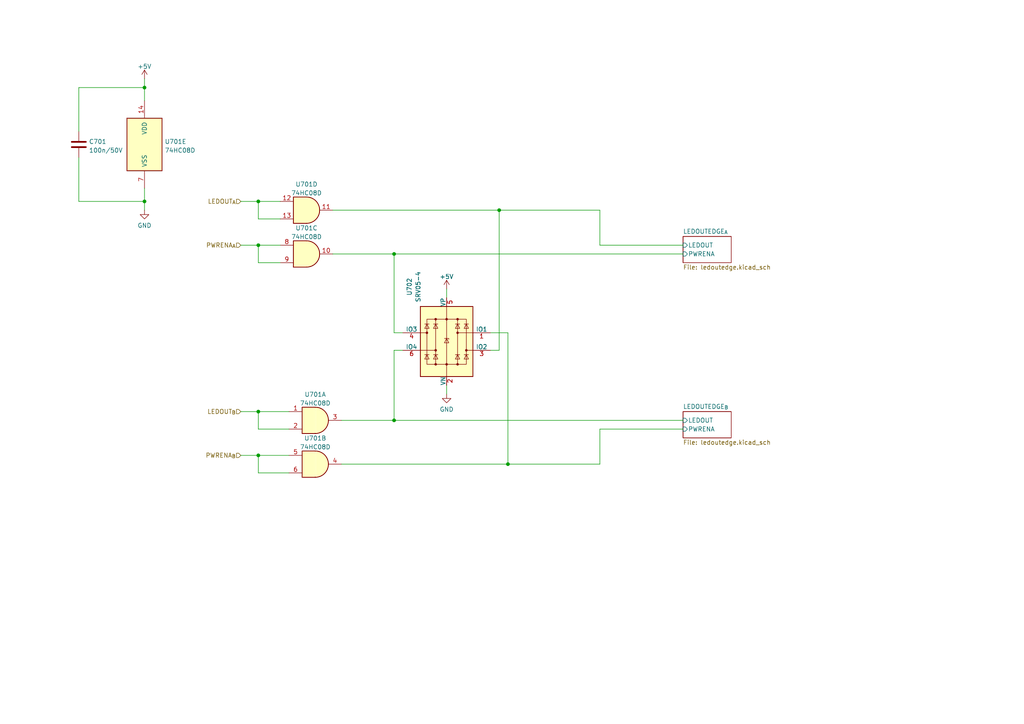
<source format=kicad_sch>
(kicad_sch (version 20211123) (generator eeschema)
  (paper "A4")
  (title_block (title "Led Wall Controller") (rev "1") (company "Skrooter Audio"))
  (lib_symbols
    (symbol "4xxx:4081" (pin_names (offset 1.016))
      (property "Reference" "U" (at 0 1.27 0))
      (property "Value" "4081" (at 0 -1.27 0))
      (symbol "4081_1_1"
        (arc (start 0 -3.81) (mid 3.81 0) (end 0 3.81) (stroke (width 0.254)) (fill (type background)))
        (polyline (pts (xy 0 3.81) (xy -3.81 3.81) (xy -3.81 -3.81) (xy 0 -3.81)) (stroke (width 0.254)) (fill (type background)))
        (pin input line (at -7.62 2.54 0) (length 3.81) (name "~") (number "1"))
        (pin input line (at -7.62 -2.54 0) (length 3.81) (name "~") (number "2"))
        (pin output line (at 7.62 0 180) (length 3.81) (name "~") (number "3"))
      )
      (symbol "4081_1_2"
        (arc (start -3.81 -3.81) (mid -2.589 0) (end -3.81 3.81) (stroke (width 0.254)))
        (arc (start -0.6096 -3.81) (mid 2.1842 -2.5851) (end 3.81 0) (stroke (width 0.254)) (fill (type background)))
        (polyline (pts (xy -3.81 -3.81) (xy -0.635 -3.81)) (stroke (width 0.254)) (fill (type background)))
        (polyline (pts (xy -3.81 3.81) (xy -0.635 3.81)) (stroke (width 0.254)) (fill (type background)))
        (polyline (pts (xy -0.635 3.81) (xy -3.81 3.81) (xy -3.81 3.81) (xy -3.556 3.4036) (xy -3.0226 2.2606) (xy -2.6924 1.0414) (xy -2.6162 -0.254) (xy -2.7686 -1.4986) (xy -3.175 -2.7178) (xy -3.81 -3.81) (xy -3.81 -3.81) (xy -0.635 -3.81)) (stroke (width -25.4)) (fill (type background)))
        (arc (start 3.81 0) (mid 2.1915 2.5936) (end -0.6096 3.81) (stroke (width 0.254)) (fill (type background)))
        (pin input inverted (at -7.62 2.54 0) (length 4.318) (name "~") (number "1"))
        (pin input inverted (at -7.62 -2.54 0) (length 4.318) (name "~") (number "2"))
        (pin output inverted (at 7.62 0 180) (length 3.81) (name "~") (number "3"))
      )
      (symbol "4081_2_1"
        (arc (start 0 -3.81) (mid 3.81 0) (end 0 3.81) (stroke (width 0.254)) (fill (type background)))
        (polyline (pts (xy 0 3.81) (xy -3.81 3.81) (xy -3.81 -3.81) (xy 0 -3.81)) (stroke (width 0.254)) (fill (type background)))
        (pin output line (at 7.62 0 180) (length 3.81) (name "~") (number "4"))
        (pin input line (at -7.62 2.54 0) (length 3.81) (name "~") (number "5"))
        (pin input line (at -7.62 -2.54 0) (length 3.81) (name "~") (number "6"))
      )
      (symbol "4081_2_2"
        (arc (start -3.81 -3.81) (mid -2.589 0) (end -3.81 3.81) (stroke (width 0.254)))
        (arc (start -0.6096 -3.81) (mid 2.1842 -2.5851) (end 3.81 0) (stroke (width 0.254)) (fill (type background)))
        (polyline (pts (xy -3.81 -3.81) (xy -0.635 -3.81)) (stroke (width 0.254)) (fill (type background)))
        (polyline (pts (xy -3.81 3.81) (xy -0.635 3.81)) (stroke (width 0.254)) (fill (type background)))
        (polyline (pts (xy -0.635 3.81) (xy -3.81 3.81) (xy -3.81 3.81) (xy -3.556 3.4036) (xy -3.0226 2.2606) (xy -2.6924 1.0414) (xy -2.6162 -0.254) (xy -2.7686 -1.4986) (xy -3.175 -2.7178) (xy -3.81 -3.81) (xy -3.81 -3.81) (xy -0.635 -3.81)) (stroke (width -25.4)) (fill (type background)))
        (arc (start 3.81 0) (mid 2.1915 2.5936) (end -0.6096 3.81) (stroke (width 0.254)) (fill (type background)))
        (pin output inverted (at 7.62 0 180) (length 3.81) (name "~") (number "4"))
        (pin input inverted (at -7.62 2.54 0) (length 4.318) (name "~") (number "5"))
        (pin input inverted (at -7.62 -2.54 0) (length 4.318) (name "~") (number "6"))
      )
      (symbol "4081_3_1"
        (arc (start 0 -3.81) (mid 3.81 0) (end 0 3.81) (stroke (width 0.254)) (fill (type background)))
        (polyline (pts (xy 0 3.81) (xy -3.81 3.81) (xy -3.81 -3.81) (xy 0 -3.81)) (stroke (width 0.254)) (fill (type background)))
        (pin output line (at 7.62 0 180) (length 3.81) (name "~") (number "10"))
        (pin input line (at -7.62 2.54 0) (length 3.81) (name "~") (number "8"))
        (pin input line (at -7.62 -2.54 0) (length 3.81) (name "~") (number "9"))
      )
      (symbol "4081_3_2"
        (arc (start -3.81 -3.81) (mid -2.589 0) (end -3.81 3.81) (stroke (width 0.254)))
        (arc (start -0.6096 -3.81) (mid 2.1842 -2.5851) (end 3.81 0) (stroke (width 0.254)) (fill (type background)))
        (polyline (pts (xy -3.81 -3.81) (xy -0.635 -3.81)) (stroke (width 0.254)) (fill (type background)))
        (polyline (pts (xy -3.81 3.81) (xy -0.635 3.81)) (stroke (width 0.254)) (fill (type background)))
        (polyline (pts (xy -0.635 3.81) (xy -3.81 3.81) (xy -3.81 3.81) (xy -3.556 3.4036) (xy -3.0226 2.2606) (xy -2.6924 1.0414) (xy -2.6162 -0.254) (xy -2.7686 -1.4986) (xy -3.175 -2.7178) (xy -3.81 -3.81) (xy -3.81 -3.81) (xy -0.635 -3.81)) (stroke (width -25.4)) (fill (type background)))
        (arc (start 3.81 0) (mid 2.1915 2.5936) (end -0.6096 3.81) (stroke (width 0.254)) (fill (type background)))
        (pin output inverted (at 7.62 0 180) (length 3.81) (name "~") (number "10"))
        (pin input inverted (at -7.62 2.54 0) (length 4.318) (name "~") (number "8"))
        (pin input inverted (at -7.62 -2.54 0) (length 4.318) (name "~") (number "9"))
      )
      (symbol "4081_4_1"
        (arc (start 0 -3.81) (mid 3.81 0) (end 0 3.81) (stroke (width 0.254)) (fill (type background)))
        (polyline (pts (xy 0 3.81) (xy -3.81 3.81) (xy -3.81 -3.81) (xy 0 -3.81)) (stroke (width 0.254)) (fill (type background)))
        (pin output line (at 7.62 0 180) (length 3.81) (name "~") (number "11"))
        (pin input line (at -7.62 2.54 0) (length 3.81) (name "~") (number "12"))
        (pin input line (at -7.62 -2.54 0) (length 3.81) (name "~") (number "13"))
      )
      (symbol "4081_4_2"
        (arc (start -3.81 -3.81) (mid -2.589 0) (end -3.81 3.81) (stroke (width 0.254)))
        (arc (start -0.6096 -3.81) (mid 2.1842 -2.5851) (end 3.81 0) (stroke (width 0.254)) (fill (type background)))
        (polyline (pts (xy -3.81 -3.81) (xy -0.635 -3.81)) (stroke (width 0.254)) (fill (type background)))
        (polyline (pts (xy -3.81 3.81) (xy -0.635 3.81)) (stroke (width 0.254)) (fill (type background)))
        (polyline (pts (xy -0.635 3.81) (xy -3.81 3.81) (xy -3.81 3.81) (xy -3.556 3.4036) (xy -3.0226 2.2606) (xy -2.6924 1.0414) (xy -2.6162 -0.254) (xy -2.7686 -1.4986) (xy -3.175 -2.7178) (xy -3.81 -3.81) (xy -3.81 -3.81) (xy -0.635 -3.81)) (stroke (width -25.4)) (fill (type background)))
        (arc (start 3.81 0) (mid 2.1915 2.5936) (end -0.6096 3.81) (stroke (width 0.254)) (fill (type background)))
        (pin output inverted (at 7.62 0 180) (length 3.81) (name "~") (number "11"))
        (pin input inverted (at -7.62 2.54 0) (length 4.318) (name "~") (number "12"))
        (pin input inverted (at -7.62 -2.54 0) (length 4.318) (name "~") (number "13"))
      )
      (symbol "4081_5_0"
        (pin power_in line (at 0 12.7 270) (length 5.08) (name "VDD") (number "14"))
        (pin power_in line (at 0 -12.7 90) (length 5.08) (name "VSS") (number "7"))
      )
      (symbol "4081_5_1"
        (rectangle (start -5.08 7.62) (end 5.08 -7.62) (stroke (width 0.254)) (fill (type background)))
      )
    )
    (symbol "Device:C" (pin_numbers hide) (pin_names (offset 0.254))
      (property "Reference" "C" (at 0.635 2.54 0))
      (property "Value" "C" (at 0.635 -2.54 0))
      (symbol "C_0_1"
        (polyline (pts (xy -2.032 -0.762) (xy 2.032 -0.762)) (stroke (width 0.508)))
        (polyline (pts (xy -2.032 0.762) (xy 2.032 0.762)) (stroke (width 0.508)))
      )
      (symbol "C_1_1"
        (pin passive line (at 0 3.81 270) (length 2.794) (name "~") (number "1"))
        (pin passive line (at 0 -3.81 90) (length 2.794) (name "~") (number "2"))
      )
    )
    (symbol "Power_Protection:SRV05-4" (pin_names (offset 0))
      (property "Reference" "U" (at -5.08 11.43 0))
      (property "Value" "SRV05-4" (at 2.54 11.43 0))
      (symbol "SRV05-4_0_0"
        (rectangle (start -5.715 6.477) (end 5.715 -6.604))
        (polyline (pts (xy -3.175 -6.604) (xy -3.175 6.477)))
        (polyline (pts (xy 3.175 6.477) (xy 3.175 -6.604)))
      )
      (symbol "SRV05-4_0_1"
        (rectangle (start -7.62 10.16) (end 7.62 -10.16) (stroke (width 0.254)) (fill (type background)))
        (circle (center -5.715 -2.54) (radius 0.2794) (fill (type outline)))
        (circle (center -3.175 -6.604) (radius 0.2794) (fill (type outline)))
        (circle (center -3.175 2.54) (radius 0.2794) (fill (type outline)))
        (circle (center -3.175 6.477) (radius 0.2794) (fill (type outline)))
        (circle (center 0 -6.604) (radius 0.2794) (fill (type outline)))
        (polyline (pts (xy -7.747 2.54) (xy -3.175 2.54)))
        (polyline (pts (xy -7.62 -2.54) (xy -5.715 -2.54)))
        (polyline (pts (xy -5.08 -3.81) (xy -6.35 -3.81)))
        (polyline (pts (xy -5.08 5.08) (xy -6.35 5.08)))
        (polyline (pts (xy -2.54 -3.81) (xy -3.81 -3.81)))
        (polyline (pts (xy -2.54 5.08) (xy -3.81 5.08)))
        (polyline (pts (xy 0 10.16) (xy 0 -10.16)))
        (polyline (pts (xy 3.81 -3.81) (xy 2.54 -3.81)))
        (polyline (pts (xy 3.81 5.08) (xy 2.54 5.08)))
        (polyline (pts (xy 6.35 -3.81) (xy 5.08 -3.81)))
        (polyline (pts (xy 6.35 5.08) (xy 5.08 5.08)))
        (polyline (pts (xy 7.62 -2.54) (xy 3.175 -2.54)))
        (polyline (pts (xy 7.62 2.54) (xy 5.715 2.54)))
        (polyline (pts (xy 0.635 0.889) (xy -0.635 0.889) (xy -0.635 0.635)))
        (polyline (pts (xy -5.08 -5.08) (xy -6.35 -5.08) (xy -5.715 -3.81) (xy -5.08 -5.08)))
        (polyline (pts (xy -5.08 3.81) (xy -6.35 3.81) (xy -5.715 5.08) (xy -5.08 3.81)))
        (polyline (pts (xy -2.54 -5.08) (xy -3.81 -5.08) (xy -3.175 -3.81) (xy -2.54 -5.08)))
        (polyline (pts (xy -2.54 3.81) (xy -3.81 3.81) (xy -3.175 5.08) (xy -2.54 3.81)))
        (polyline (pts (xy 0.635 -0.381) (xy -0.635 -0.381) (xy 0 0.889) (xy 0.635 -0.381)))
        (polyline (pts (xy 3.81 -5.08) (xy 2.54 -5.08) (xy 3.175 -3.81) (xy 3.81 -5.08)))
        (polyline (pts (xy 3.81 3.81) (xy 2.54 3.81) (xy 3.175 5.08) (xy 3.81 3.81)))
        (polyline (pts (xy 6.35 -5.08) (xy 5.08 -5.08) (xy 5.715 -3.81) (xy 6.35 -5.08)))
        (polyline (pts (xy 6.35 3.81) (xy 5.08 3.81) (xy 5.715 5.08) (xy 6.35 3.81)))
        (circle (center 0 6.477) (radius 0.2794) (fill (type outline)))
        (circle (center 3.175 -6.604) (radius 0.2794) (fill (type outline)))
        (circle (center 3.175 -2.54) (radius 0.2794) (fill (type outline)))
        (circle (center 3.175 6.477) (radius 0.2794) (fill (type outline)))
        (circle (center 5.715 2.54) (radius 0.2794) (fill (type outline)))
      )
      (symbol "SRV05-4_1_1"
        (pin passive line (at -12.7 2.54 0) (length 5.08) (name "IO1") (number "1"))
        (pin passive line (at 0 -12.7 90) (length 2.54) (name "VN") (number "2"))
        (pin passive line (at -12.7 -2.54 0) (length 5.08) (name "IO2") (number "3"))
        (pin passive line (at 12.7 2.54 180) (length 5.08) (name "IO3") (number "4"))
        (pin passive line (at 0 12.7 270) (length 2.54) (name "VP") (number "5"))
        (pin passive line (at 12.7 -2.54 180) (length 5.08) (name "IO4") (number "6"))
      )
    )
    (symbol "power:+5V" (power) (pin_names (offset 0))
      (property "Value" "+5V" (at 0 3.556 0))
      (symbol "+5V_0_1"
        (polyline (pts (xy -0.762 1.27) (xy 0 2.54)))
        (polyline (pts (xy 0 0) (xy 0 2.54)))
        (polyline (pts (xy 0 2.54) (xy 0.762 1.27)))
      )
      (symbol "+5V_1_1"
        (pin power_in line (at 0 0 90) (length 0) hide (name "+5V") (number "1"))
      )
    )
    (symbol "power:GND" (power) (pin_names (offset 0))
      (property "Value" "GND" (at 0 -3.81 0))
      (symbol "GND_0_1"
        (polyline (pts (xy 0 0) (xy 0 -1.27) (xy 1.27 -1.27) (xy 0 -2.54) (xy -1.27 -1.27) (xy 0 -1.27)))
      )
      (symbol "GND_1_1"
        (pin power_in line (at 0 0 270) (length 0) hide (name "GND") (number "1"))
      )
    )
  )
  (junction (at 147.32 134.62))
  (junction (at 74.93 119.38))
  (junction (at 114.3 73.66))
  (junction (at 74.93 132.08))
  (junction (at 74.93 71.12))
  (junction (at 74.93 58.42))
  (junction (at 144.78 60.96))
  (junction (at 41.91 25.4))
  (junction (at 114.3 121.92))
  (junction (at 41.91 58.42))
  (wire (pts (xy 74.93 63.5) (xy 74.93 58.42)))
  (wire (pts (xy 41.91 54.61) (xy 41.91 58.42)))
  (wire (pts (xy 173.99 134.62) (xy 173.99 124.46)))
  (wire (pts (xy 96.52 73.66) (xy 114.3 73.66)))
  (wire (pts (xy 74.93 132.08) (xy 83.82 132.08)))
  (wire (pts (xy 144.78 60.96) (xy 144.78 101.6)))
  (wire (pts (xy 69.85 58.42) (xy 74.93 58.42)))
  (wire (pts (xy 96.52 60.96) (xy 144.78 60.96)))
  (wire (pts (xy 99.06 121.92) (xy 114.3 121.92)))
  (wire (pts (xy 69.85 132.08) (xy 74.93 132.08)))
  (wire (pts (xy 114.3 73.66) (xy 198.12 73.66)))
  (wire (pts (xy 114.3 96.52) (xy 114.3 73.66)))
  (wire (pts (xy 116.84 101.6) (xy 114.3 101.6)))
  (wire (pts (xy 116.84 96.52) (xy 114.3 96.52)))
  (wire (pts (xy 74.93 137.16) (xy 74.93 132.08)))
  (wire (pts (xy 22.86 25.4) (xy 41.91 25.4)))
  (wire (pts (xy 41.91 25.4) (xy 41.91 29.21)))
  (wire (pts (xy 74.93 58.42) (xy 81.28 58.42)))
  (wire (pts (xy 74.93 124.46) (xy 74.93 119.38)))
  (wire (pts (xy 142.24 101.6) (xy 144.78 101.6)))
  (wire (pts (xy 144.78 60.96) (xy 173.99 60.96)))
  (wire (pts (xy 22.86 38.1) (xy 22.86 25.4)))
  (wire (pts (xy 114.3 101.6) (xy 114.3 121.92)))
  (wire (pts (xy 198.12 71.12) (xy 173.99 71.12)))
  (wire (pts (xy 99.06 134.62) (xy 147.32 134.62)))
  (wire (pts (xy 69.85 71.12) (xy 74.93 71.12)))
  (wire (pts (xy 22.86 58.42) (xy 22.86 45.72)))
  (wire (pts (xy 41.91 58.42) (xy 41.91 60.96)))
  (wire (pts (xy 147.32 134.62) (xy 173.99 134.62)))
  (wire (pts (xy 81.28 76.2) (xy 74.93 76.2)))
  (wire (pts (xy 173.99 71.12) (xy 173.99 60.96)))
  (wire (pts (xy 74.93 137.16) (xy 83.82 137.16)))
  (wire (pts (xy 81.28 63.5) (xy 74.93 63.5)))
  (wire (pts (xy 41.91 22.86) (xy 41.91 25.4)))
  (wire (pts (xy 129.54 114.3) (xy 129.54 111.76)))
  (wire (pts (xy 74.93 119.38) (xy 83.82 119.38)))
  (wire (pts (xy 142.24 96.52) (xy 147.32 96.52)))
  (wire (pts (xy 74.93 76.2) (xy 74.93 71.12)))
  (wire (pts (xy 129.54 83.82) (xy 129.54 86.36)))
  (wire (pts (xy 147.32 96.52) (xy 147.32 134.62)))
  (wire (pts (xy 114.3 121.92) (xy 198.12 121.92)))
  (wire (pts (xy 41.91 58.42) (xy 22.86 58.42)))
  (wire (pts (xy 83.82 124.46) (xy 74.93 124.46)))
  (wire (pts (xy 173.99 124.46) (xy 198.12 124.46)))
  (wire (pts (xy 74.93 71.12) (xy 81.28 71.12)))
  (wire (pts (xy 69.85 119.38) (xy 74.93 119.38)))
  (hierarchical_label "PWRENA_{A}" (shape input) (at 69.85 71.12 180))
  (hierarchical_label "PWRENA_{B}" (shape input) (at 69.85 132.08 180))
  (hierarchical_label "LEDOUT_{A}" (shape input) (at 69.85 58.42 180))
  (hierarchical_label "LEDOUT_{B}" (shape input) (at 69.85 119.38 180))
  (symbol (lib_id "power:GND") (at 129.54 114.3 0) (unit 1)
    (property "Reference" "#PWR0704" (effects hide))
    (property "Value" "GND" (at 129.54 118.7434 0))
  )
  (symbol (lib_id "power:+5V") (at 129.54 83.82 0) (unit 1)
    (property "Reference" "#PWR0703" (effects hide))
    (property "Value" "+5V" (at 129.54 80.2442 0))
  )
  (symbol (lib_id "4xxx:4081") (at 88.9 73.66 0) (unit 3)
    (property "Reference" "U701" (at 88.9 66.1502 0))
    (property "Value" "74HC08D" (at 88.9 68.6871 0))
    (property "Footprint" "Package_SO:SOIC-14_3.9x8.7mm_P1.27mm" (effects hide))
    (property "Datasheet" "http://www.intersil.com/content/dam/Intersil/documents/cd40/cd4073bms-81bms-82bms.pdf" (effects hide))
    (property "LCSC" "C5593" (effects hide))
  )
  (symbol (lib_id "Device:C") (at 22.86 41.91 0) (unit 1)
    (property "Reference" "C701" (at 25.781 41.0753 0) (effects (justify left)))
    (property "Value" "100n/50V" (at 25.781 43.6122 0) (effects (justify left)))
    (property "Footprint" "Capacitor_SMD:C_0603_1608Metric_Pad1.08x0.95mm_HandSolder" (effects hide))
    (property "LCSC" "C14663" (effects hide))
  )
  (symbol (lib_id "power:+5V") (at 41.91 22.86 0) (unit 1)
    (property "Reference" "#PWR0701" (effects hide))
    (property "Value" "+5V" (at 41.91 19.2842 0))
  )
  (symbol (lib_id "Power_Protection:SRV05-4") (at 129.54 99.06 0) (mirror y) (unit 1)
    (property "Reference" "U702" (at 118.745 83.185 90))
    (property "Value" "SRV05-4" (at 121.285 83.185 90))
    (property "Footprint" "Package_TO_SOT_SMD:SOT-23-6" (effects hide))
    (property "Datasheet" "http://www.onsemi.com/pub/Collateral/SRV05-4-D.PDF" (effects hide))
    (property "LCSC" "C85364" (effects hide))
  )
  (symbol (lib_id "power:GND") (at 41.91 60.96 0) (unit 1)
    (property "Reference" "#PWR0702" (effects hide))
    (property "Value" "GND" (at 41.91 65.4034 0))
  )
  (symbol (lib_id "4xxx:4081") (at 88.9 60.96 0) (unit 4)
    (property "Reference" "U701" (at 88.9 53.4502 0))
    (property "Value" "74HC08D" (at 88.9 55.9871 0))
    (property "Footprint" "Package_SO:SOIC-14_3.9x8.7mm_P1.27mm" (effects hide))
    (property "Datasheet" "http://www.intersil.com/content/dam/Intersil/documents/cd40/cd4073bms-81bms-82bms.pdf" (effects hide))
    (property "LCSC" "C5593" (effects hide))
  )
  (symbol (lib_id "4xxx:4081") (at 91.44 134.62 0) (unit 2)
    (property "Reference" "U701" (at 91.44 127.1102 0))
    (property "Value" "74HC08D" (at 91.44 129.6471 0))
    (property "Footprint" "Package_SO:SOIC-14_3.9x8.7mm_P1.27mm" (effects hide))
    (property "Datasheet" "http://www.intersil.com/content/dam/Intersil/documents/cd40/cd4073bms-81bms-82bms.pdf" (effects hide))
    (property "LCSC" "C5593" (effects hide))
  )
  (symbol (lib_id "4xxx:4081") (at 91.44 121.92 0) (unit 1)
    (property "Reference" "U701" (at 91.44 114.4102 0))
    (property "Value" "74HC08D" (at 91.44 116.9471 0))
    (property "Footprint" "Package_SO:SOIC-14_3.9x8.7mm_P1.27mm" (effects hide))
    (property "Datasheet" "http://www.intersil.com/content/dam/Intersil/documents/cd40/cd4073bms-81bms-82bms.pdf" (effects hide))
    (property "LCSC" "C5593" (effects hide))
  )
  (symbol (lib_id "4xxx:4081") (at 41.91 41.91 0) (unit 5)
    (property "Reference" "U701" (at 47.752 41.0753 0) (effects (justify left)))
    (property "Value" "74HC08D" (at 47.752 43.6122 0) (effects (justify left)))
    (property "Footprint" "Package_SO:SOIC-14_3.9x8.7mm_P1.27mm" (effects hide))
    (property "Datasheet" "http://www.intersil.com/content/dam/Intersil/documents/cd40/cd4073bms-81bms-82bms.pdf" (effects hide))
    (property "LCSC" "C5593" (effects hide))
  )
  (sheet (at 198.12 68.58) (size 13.97 7.62) (stroke (width 0.1524))
    (property "Sheet name" "LEDOUTEDGE_{A}" (at 198.12 67.8684 0) (effects (justify left bottom)))
    (property "Sheet file" "ledoutedge.kicad_sch" (at 198.12 76.7846 0) (effects (justify left top)))
    (pin "LEDOUT" input (at 198.12 71.12 180))
    (pin "PWRENA" input (at 198.12 73.66 180))
  )
  (sheet (at 198.12 119.38) (size 13.97 7.62) (stroke (width 0.1524))
    (property "Sheet name" "LEDOUTEDGE_{B}" (at 198.12 118.6684 0) (effects (justify left bottom)))
    (property "Sheet file" "ledoutedge.kicad_sch" (at 198.12 127.5846 0) (effects (justify left top)))
    (pin "LEDOUT" input (at 198.12 121.92 180))
    (pin "PWRENA" input (at 198.12 124.46 180))
  )
)
</source>
